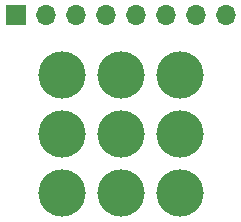
<source format=gbr>
%TF.GenerationSoftware,KiCad,Pcbnew,(5.1.10)-1*%
%TF.CreationDate,2022-07-06T12:29:18-02:30*%
%TF.ProjectId,footSwitchBoard,666f6f74-5377-4697-9463-68426f617264,rev?*%
%TF.SameCoordinates,Original*%
%TF.FileFunction,Soldermask,Top*%
%TF.FilePolarity,Negative*%
%FSLAX46Y46*%
G04 Gerber Fmt 4.6, Leading zero omitted, Abs format (unit mm)*
G04 Created by KiCad (PCBNEW (5.1.10)-1) date 2022-07-06 12:29:18*
%MOMM*%
%LPD*%
G01*
G04 APERTURE LIST*
%ADD10O,1.700000X1.700000*%
%ADD11R,1.700000X1.700000*%
%ADD12C,4.000000*%
G04 APERTURE END LIST*
D10*
%TO.C,J1*%
X144730000Y-70400000D03*
X149810000Y-70400000D03*
X152350000Y-70400000D03*
X142190000Y-70400000D03*
X147270000Y-70400000D03*
X154890000Y-70400000D03*
D11*
X137110000Y-70400000D03*
D10*
X139650000Y-70400000D03*
%TD*%
D12*
%TO.C,SW1*%
X146000000Y-80500000D03*
X141000000Y-75500000D03*
X141000000Y-80500000D03*
X146000000Y-75500000D03*
X151000000Y-75500000D03*
X151000000Y-80500000D03*
X141000000Y-85500000D03*
X151000000Y-85500000D03*
X146000000Y-85500000D03*
%TD*%
M02*

</source>
